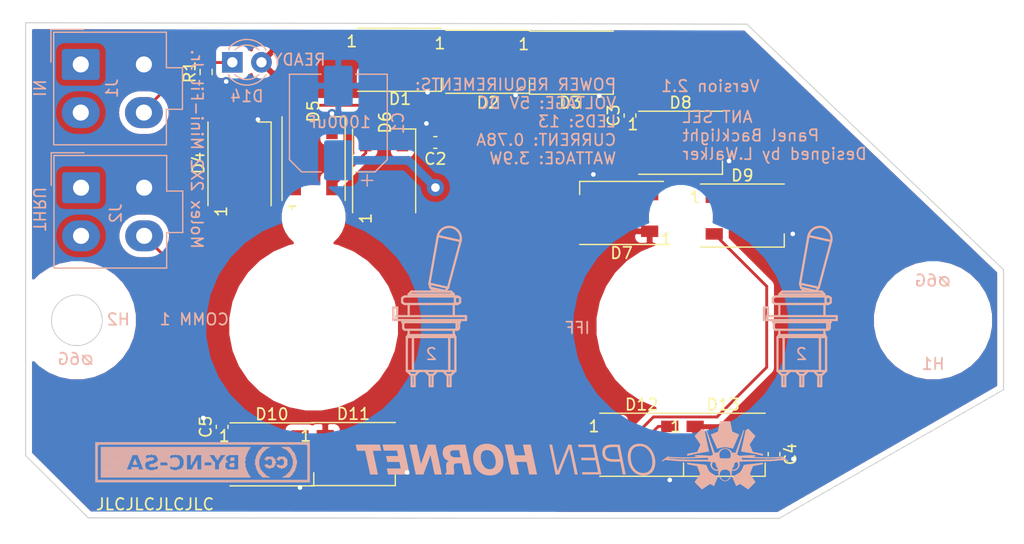
<source format=kicad_pcb>
(kicad_pcb (version 20171130) (host pcbnew "(5.1.10)-1")
  (layers (0 F.Cu signal) (31 B.Cu signal) (34 B.Paste user hide) (35 F.Paste user hide) (36 B.SilkS user) (37 F.SilkS user) (38 B.Mask user hide) (39 F.Mask user hide) (44 Edge.Cuts user))
  (net 0 "")
  (net 1 "Net-(D1-Pad2)")
  (net 2 "Net-(D2-Pad2)")
  (net 3 "Net-(D3-Pad2)")
  (net 4 "Net-(D4-Pad2)")
  (net 5 "Net-(D5-Pad2)")
  (net 6 "Net-(D6-Pad2)")
  (net 7 "Net-(D7-Pad2)")
  (net 8 "Net-(D8-Pad2)")
  (net 9 "Net-(D10-Pad4)")
  (net 10 "Net-(D10-Pad2)")
  (net 11 "Net-(D11-Pad2)")
  (net 12 "Net-(D12-Pad2)")
  (net 13 /LEDGND)
  (net 14 /LED+5V)
  (net 15 "Net-(D14-Pad1)")
  (net 16 /DATAIN)
  (net 17 /DATAOUT)
  (module OH_Backlighting:Molex_Mini-Fit_Jr_5566-04A_2x02_P4.20mm_Vertical (layer B.Cu) (at 82.43062 52.68976 270)
    (fp_text reference J2 (at 2.23524 -3.01938 90) (layer B.SilkS) (effects (justify mirror)))
    (fp_text value Conn_01x04_Female)
    (pad 4 thru_hole oval (at 4.2 -5.5 270) (size 2.7 3.3) (drill 1.4) (layers *.Cu *.Mask) (net 17 /DATAOUT))
    (pad 3 thru_hole oval (at 0 -5.5 270) (size 2.7 3.3) (drill 1.4) (layers *.Cu *.Mask) (net 13 /LEDGND))
    (pad 2 thru_hole oval (at 4.2 0 270) (size 2.7 3.3) (drill 1.4) (layers *.Cu *.Mask) (net 14 /LED+5V))
    (pad 1 thru_hole roundrect (at 0 0 270) (size 2.7 3.3) (drill 1.4) (layers *.Cu *.Mask) (roundrect_rratio 0.09259299999999999) (net 14 /LED+5V))
  )
  (module OH_Backlighting:Molex_Mini-Fit_Jr_5566-04A_2x02_P4.20mm_Vertical (layer B.Cu) (at 82.40522 41.93794 270)
    (fp_text reference J1 (at 2.08706 -2.71978 90) (layer B.SilkS) (effects (justify mirror)))
    (fp_text value Conn_01x04_Female)
    (pad 4 thru_hole oval (at 4.2 -5.5 270) (size 2.7 3.3) (drill 1.4) (layers *.Cu *.Mask) (net 16 /DATAIN))
    (pad 3 thru_hole oval (at 0 -5.5 270) (size 2.7 3.3) (drill 1.4) (layers *.Cu *.Mask) (net 13 /LEDGND))
    (pad 2 thru_hole oval (at 4.2 0 270) (size 2.7 3.3) (drill 1.4) (layers *.Cu *.Mask) (net 14 /LED+5V))
    (pad 1 thru_hole roundrect (at 0 0 270) (size 2.7 3.3) (drill 1.4) (layers *.Cu *.Mask) (roundrect_rratio 0.09259299999999999) (net 14 /LED+5V))
  )
  (module OH_General:CC-NC-SA_18mm_x_3.5mm (layer B.Cu) (at 102.362 74.88682 180)
    (fp_text reference CC-NC-SA_18mm_x_3.5mm hide)
    (fp_text value "" (at 0 0) (layer B.SilkS) (effects (font (size 1.27 1.27)) (justify mirror)))
  )
  (module OH_Backlighting:OH_Panel_6-32_PHS (layer F.Cu) (at 82.06057 64.255673)
    (fp_text reference 1 hide)
    (fp_text value OH_Panel_Fastner_Keepout hide)
    (fp_text user H2 (at 3.61363 -0.074953) (layer B.SilkS) (effects (justify mirror)))
    (fp_text user ⌀6G (at -0.07699 3.371827) (layer B.SilkS) (effects (justify mirror)))
    (pad "" np_thru_hole circle (at 0 0) (size 4.3 4.3) (drill 4.3) (layers *.Cu *.Mask) (clearance 3))
  )
  (module OH_Backlighting:OH_Panel_6-32_PHS (layer F.Cu) (at 156.67307 64.255673)
    (fp_text reference 2 hide)
    (fp_text value OH_Panel_Fastner_Keepout hide)
    (fp_text user H1 (at 0 3.81) (layer B.SilkS) (effects (justify mirror)))
    (fp_text user ⌀6G (at 0.00429 -3.473473) (layer B.SilkS) (effects (justify mirror)))
    (pad "" np_thru_hole circle (at 0 0) (size 4.3 4.3) (drill 4.3) (layers *.Cu *.Mask) (clearance 3))
  )
  (module OH_Backlighting:100SPX_Toggle_13mm_x_18mm (layer F.Cu) (at 102.69807 64.763673 180)
    (fp_text reference 4 hide)
    (fp_text value 100SPX_Toggle_13mm_x_18mm hide)
    (pad "" np_thru_hole circle (at 0 0 180) (size 12.7 12.7) (drill 12.7) (layers *.Mask B.Cu) (clearance 3))
    (pad "" np_thru_hole circle (at 0 0 180) (size 12.7 12.7) (drill 12.7) (layers *.Mask F.Cu) (clearance 1))
    (pad "" np_thru_hole circle (at 0 9.525 180) (size 3.572 3.572) (drill 3.572) (layers *.Cu *.Mask) (clearance 1))
  )
  (module OH_Backlighting:100SPX_Toggle_13mm_x_18mm (layer F.Cu) (at 134.70207 64.763673 180)
    (fp_text reference 3 hide)
    (fp_text value 100SPX_Toggle_13mm_x_18mm hide)
    (pad "" np_thru_hole circle (at 0 9.525 180) (size 3.572 3.572) (drill 3.572) (layers *.Cu *.Mask) (clearance 1))
    (pad "" np_thru_hole circle (at 0 0 180) (size 12.7 12.7) (drill 12.7) (layers *.Mask F.Cu) (clearance 1))
    (pad "" np_thru_hole circle (at 0 0 180) (size 12.7 12.7) (drill 12.7) (layers *.Mask B.Cu) (clearance 3))
  )
  (module Resistor_SMD:R_0603_1608Metric (layer F.Cu) (at 93.32722 42.5953 90)
    (fp_text reference R1 (at 0 -1.43 90) (layer F.SilkS))
    (fp_text value R)
    (pad 2 smd roundrect (at 0.825 0 90) (size 0.8 0.95) (layers F.Cu F.Paste F.Mask) (net 15 "Net-(D14-Pad1)"))
    (pad 1 smd roundrect (at -0.825 0 90) (size 0.8 0.95) (layers F.Cu F.Paste F.Mask) (net 13 /LEDGND))
  )
  (module Capacitor_SMD:C_0603_1608Metric (layer F.Cu) (at 94.72422 73.54794 90)
    (fp_text reference C5 (at 0 -1.43 90) (layer F.SilkS))
    (fp_text value C)
    (pad 2 smd roundrect (at 0.775 0 90) (size 0.9 0.95) (layers F.Cu F.Paste F.Mask) (net 13 /LEDGND))
    (pad 1 smd roundrect (at -0.775 0 90) (size 0.9 0.95) (layers F.Cu F.Paste F.Mask) (net 14 /LED+5V))
  )
  (module Capacitor_SMD:C_0603_1608Metric (layer F.Cu) (at 142.81658 75.92792 270)
    (fp_text reference C4 (at 0 -1.43 90) (layer F.SilkS))
    (fp_text value C)
    (pad 2 smd roundrect (at 0.775 0 270) (size 0.9 0.95) (layers F.Cu F.Paste F.Mask) (net 13 /LEDGND))
    (pad 1 smd roundrect (at -0.775 0 270) (size 0.9 0.95) (layers F.Cu F.Paste F.Mask) (net 14 /LED+5V))
  )
  (module Capacitor_SMD:C_0603_1608Metric (layer F.Cu) (at 130.2639 46.39788 90)
    (fp_text reference C3 (at 0 -1.43 90) (layer F.SilkS))
    (fp_text value C)
    (pad 2 smd roundrect (at 0.775 0 90) (size 0.9 0.95) (layers F.Cu F.Paste F.Mask) (net 13 /LEDGND))
    (pad 1 smd roundrect (at -0.775 0 90) (size 0.9 0.95) (layers F.Cu F.Paste F.Mask) (net 14 /LED+5V))
  )
  (module Capacitor_SMD:C_0603_1608Metric (layer F.Cu) (at 113.29924 48.74514 180)
    (fp_text reference C2 (at 0 -1.43) (layer F.SilkS))
    (fp_text value C)
    (pad 2 smd roundrect (at 0.775 0 180) (size 0.9 0.95) (layers F.Cu F.Paste F.Mask) (net 13 /LEDGND))
    (pad 1 smd roundrect (at -0.775 0 180) (size 0.9 0.95) (layers F.Cu F.Paste F.Mask) (net 14 /LED+5V))
  )
  (module "OH KiCAD_Libraries:OH_LOGO_37.7mm_5.9mm" (layer B.Cu) (at 125.21438 76.02728 180)
    (fp_text reference G3 hide)
    (fp_text value LOGO hide)
  )
  (module "Kicad Footprint Files:100SpxToggle" (layer F.Cu) (at 145.75 64.4)
    (fp_text reference G2 hide)
    (fp_text value LOGO hide)
  )
  (module "Kicad Footprint Files:100SpxToggle" (layer F.Cu) (at 113.45 64.4)
    (fp_text reference G1 hide)
    (fp_text value LOGO hide)
  )
  (module LED_THT:LED_D3.0mm (layer B.Cu) (at 95.61 41.75)
    (fp_text reference D14 (at 1.27 2.96) (layer B.SilkS) (effects (justify mirror)))
    (fp_text value LED)
    (pad 2 thru_hole circle (at 2.54 0) (size 1.8 1.8) (drill 0.9) (layers *.Cu *.Mask) (net 14 /LED+5V))
    (pad 1 thru_hole rect (at 0 0) (size 1.8 1.8) (drill 0.9) (layers *.Cu *.Mask) (net 15 "Net-(D14-Pad1)"))
  )
  (module LED_SMD:LED_WS2812B_PLCC4_5.0x5.0mm_P3.2mm (layer F.Cu) (at 138.3912 75.1076)
    (fp_text reference D13 (at 0 -3.5) (layer F.SilkS))
    (fp_text value WS2812B)
    (fp_text user 1 (at -4.15 -1.6) (layer F.SilkS))
    (pad 1 smd rect (at -2.45 -1.6) (size 1.5 1) (layers F.Cu F.Paste F.Mask) (net 14 /LED+5V))
    (pad 2 smd rect (at -2.45 1.6) (size 1.5 1) (layers F.Cu F.Paste F.Mask) (net 17 /DATAOUT))
    (pad 4 smd rect (at 2.45 -1.6) (size 1.5 1) (layers F.Cu F.Paste F.Mask) (net 12 "Net-(D12-Pad2)"))
    (pad 3 smd rect (at 2.45 1.6) (size 1.5 1) (layers F.Cu F.Paste F.Mask) (net 13 /LEDGND))
  )
  (module LED_SMD:LED_WS2812B_PLCC4_5.0x5.0mm_P3.2mm (layer F.Cu) (at 131.2792 75.1076)
    (fp_text reference D12 (at 0 -3.5) (layer F.SilkS))
    (fp_text value WS2812B)
    (fp_text user 1 (at -4.15 -1.6) (layer F.SilkS))
    (pad 1 smd rect (at -2.45 -1.6) (size 1.5 1) (layers F.Cu F.Paste F.Mask) (net 14 /LED+5V))
    (pad 2 smd rect (at -2.45 1.6) (size 1.5 1) (layers F.Cu F.Paste F.Mask) (net 12 "Net-(D12-Pad2)"))
    (pad 4 smd rect (at 2.45 -1.6) (size 1.5 1) (layers F.Cu F.Paste F.Mask) (net 11 "Net-(D11-Pad2)"))
    (pad 3 smd rect (at 2.45 1.6) (size 1.5 1) (layers F.Cu F.Paste F.Mask) (net 13 /LEDGND))
  )
  (module LED_SMD:LED_WS2812B_PLCC4_5.0x5.0mm_P3.2mm (layer F.Cu) (at 106.1602 75.9204)
    (fp_text reference D11 (at 0 -3.5) (layer F.SilkS))
    (fp_text value WS2812B)
    (fp_text user 1 (at -4.15 -1.6) (layer F.SilkS))
    (pad 1 smd rect (at -2.45 -1.6) (size 1.5 1) (layers F.Cu F.Paste F.Mask) (net 14 /LED+5V))
    (pad 2 smd rect (at -2.45 1.6) (size 1.5 1) (layers F.Cu F.Paste F.Mask) (net 11 "Net-(D11-Pad2)"))
    (pad 4 smd rect (at 2.45 -1.6) (size 1.5 1) (layers F.Cu F.Paste F.Mask) (net 10 "Net-(D10-Pad2)"))
    (pad 3 smd rect (at 2.45 1.6) (size 1.5 1) (layers F.Cu F.Paste F.Mask) (net 13 /LEDGND))
  )
  (module LED_SMD:LED_WS2812B_PLCC4_5.0x5.0mm_P3.2mm (layer F.Cu) (at 99.0602 75.946)
    (fp_text reference D10 (at 0 -3.5) (layer F.SilkS))
    (fp_text value WS2812B)
    (fp_text user 1 (at -4.15 -1.6) (layer F.SilkS))
    (pad 1 smd rect (at -2.45 -1.6) (size 1.5 1) (layers F.Cu F.Paste F.Mask) (net 14 /LED+5V))
    (pad 2 smd rect (at -2.45 1.6) (size 1.5 1) (layers F.Cu F.Paste F.Mask) (net 10 "Net-(D10-Pad2)"))
    (pad 4 smd rect (at 2.45 -1.6) (size 1.5 1) (layers F.Cu F.Paste F.Mask) (net 9 "Net-(D10-Pad4)"))
    (pad 3 smd rect (at 2.45 1.6) (size 1.5 1) (layers F.Cu F.Paste F.Mask) (net 13 /LEDGND))
  )
  (module LED_SMD:LED_WS2812B_PLCC4_5.0x5.0mm_P3.2mm (layer F.Cu) (at 140.0552 55.118)
    (fp_text reference D9 (at 0 -3.5) (layer F.SilkS))
    (fp_text value WS2812B)
    (fp_text user 1 (at -4.15 -1.6) (layer F.SilkS))
    (pad 1 smd rect (at -2.45 -1.6) (size 1.5 1) (layers F.Cu F.Paste F.Mask) (net 14 /LED+5V))
    (pad 2 smd rect (at -2.45 1.6) (size 1.5 1) (layers F.Cu F.Paste F.Mask) (net 9 "Net-(D10-Pad4)"))
    (pad 4 smd rect (at 2.45 -1.6) (size 1.5 1) (layers F.Cu F.Paste F.Mask) (net 8 "Net-(D8-Pad2)"))
    (pad 3 smd rect (at 2.45 1.6) (size 1.5 1) (layers F.Cu F.Paste F.Mask) (net 13 /LEDGND))
  )
  (module LED_SMD:LED_WS2812B_PLCC4_5.0x5.0mm_P3.2mm (layer F.Cu) (at 134.6712 48.768)
    (fp_text reference D8 (at 0 -3.5) (layer F.SilkS))
    (fp_text value WS2812B)
    (fp_text user 1 (at -4.15 -1.6) (layer F.SilkS))
    (pad 1 smd rect (at -2.45 -1.6) (size 1.5 1) (layers F.Cu F.Paste F.Mask) (net 14 /LED+5V))
    (pad 2 smd rect (at -2.45 1.6) (size 1.5 1) (layers F.Cu F.Paste F.Mask) (net 8 "Net-(D8-Pad2)"))
    (pad 4 smd rect (at 2.45 -1.6) (size 1.5 1) (layers F.Cu F.Paste F.Mask) (net 7 "Net-(D7-Pad2)"))
    (pad 3 smd rect (at 2.45 1.6) (size 1.5 1) (layers F.Cu F.Paste F.Mask) (net 13 /LEDGND))
  )
  (module LED_SMD:LED_WS2812B_PLCC4_5.0x5.0mm_P3.2mm (layer F.Cu) (at 129.5282 54.8892 180)
    (fp_text reference D7 (at 0 -3.5) (layer F.SilkS))
    (fp_text value WS2812B)
    (fp_text user 1 (at -3.8968 -2.2858) (layer F.SilkS))
    (pad 1 smd rect (at -2.45 -1.6 180) (size 1.5 1) (layers F.Cu F.Paste F.Mask) (net 14 /LED+5V))
    (pad 2 smd rect (at -2.45 1.6 180) (size 1.5 1) (layers F.Cu F.Paste F.Mask) (net 7 "Net-(D7-Pad2)"))
    (pad 4 smd rect (at 2.45 -1.6 180) (size 1.5 1) (layers F.Cu F.Paste F.Mask) (net 6 "Net-(D6-Pad2)"))
    (pad 3 smd rect (at 2.45 1.6 180) (size 1.5 1) (layers F.Cu F.Paste F.Mask) (net 13 /LEDGND))
  )
  (module LED_SMD:LED_WS2812B_PLCC4_5.0x5.0mm_P3.2mm (layer F.Cu) (at 108.8392 51.218 90)
    (fp_text reference D6 (at 4.228 0.0764 90) (layer F.SilkS))
    (fp_text value WS2812B)
    (fp_text user 1 (at -4.15 -1.6 90) (layer F.SilkS))
    (pad 1 smd rect (at -2.45 -1.6 90) (size 1.5 1) (layers F.Cu F.Paste F.Mask) (net 14 /LED+5V))
    (pad 2 smd rect (at -2.45 1.6 90) (size 1.5 1) (layers F.Cu F.Paste F.Mask) (net 6 "Net-(D6-Pad2)"))
    (pad 4 smd rect (at 2.45 -1.6 90) (size 1.5 1) (layers F.Cu F.Paste F.Mask) (net 5 "Net-(D5-Pad2)"))
    (pad 3 smd rect (at 2.45 1.6 90) (size 1.5 1) (layers F.Cu F.Paste F.Mask) (net 13 /LEDGND))
  )
  (module LED_SMD:LED_WS2812B_PLCC4_5.0x5.0mm_P3.2mm (layer F.Cu) (at 102.6922 50.1512 90)
    (fp_text reference D5 (at 4.1264 -0.0252 90) (layer F.SilkS))
    (fp_text value WS2812B)
    (fp_text user 1 (at -4.15 -1.6 90) (layer F.SilkS))
    (pad 1 smd rect (at -2.45 -1.6 90) (size 1.5 1) (layers F.Cu F.Paste F.Mask) (net 14 /LED+5V))
    (pad 2 smd rect (at -2.45 1.6 90) (size 1.5 1) (layers F.Cu F.Paste F.Mask) (net 5 "Net-(D5-Pad2)"))
    (pad 4 smd rect (at 2.45 -1.6 90) (size 1.5 1) (layers F.Cu F.Paste F.Mask) (net 4 "Net-(D4-Pad2)"))
    (pad 3 smd rect (at 2.45 1.6 90) (size 1.5 1) (layers F.Cu F.Paste F.Mask) (net 13 /LEDGND))
  )
  (module LED_SMD:LED_WS2812B_PLCC4_5.0x5.0mm_P3.2mm (layer F.Cu) (at 96.2408 50.6084 90)
    (fp_text reference D4 (at 0.0624 -3.5816 90) (layer F.SilkS))
    (fp_text value WS2812B)
    (fp_text user 1 (at -4.15 -1.6 90) (layer F.SilkS))
    (pad 1 smd rect (at -2.45 -1.6 90) (size 1.5 1) (layers F.Cu F.Paste F.Mask) (net 14 /LED+5V))
    (pad 2 smd rect (at -2.45 1.6 90) (size 1.5 1) (layers F.Cu F.Paste F.Mask) (net 4 "Net-(D4-Pad2)"))
    (pad 4 smd rect (at 2.45 -1.6 90) (size 1.5 1) (layers F.Cu F.Paste F.Mask) (net 3 "Net-(D3-Pad2)"))
    (pad 3 smd rect (at 2.45 1.6 90) (size 1.5 1) (layers F.Cu F.Paste F.Mask) (net 13 /LEDGND))
  )
  (module LED_SMD:LED_WS2812B_PLCC4_5.0x5.0mm_P3.2mm (layer F.Cu) (at 125.1592 41.7828)
    (fp_text reference D3 (at -0.0842 3.4922) (layer F.SilkS))
    (fp_text value WS2812B)
    (fp_text user 1 (at -4.15 -1.6) (layer F.SilkS))
    (pad 1 smd rect (at -2.45 -1.6) (size 1.5 1) (layers F.Cu F.Paste F.Mask) (net 14 /LED+5V))
    (pad 2 smd rect (at -2.45 1.6) (size 1.5 1) (layers F.Cu F.Paste F.Mask) (net 3 "Net-(D3-Pad2)"))
    (pad 4 smd rect (at 2.45 -1.6) (size 1.5 1) (layers F.Cu F.Paste F.Mask) (net 2 "Net-(D2-Pad2)"))
    (pad 3 smd rect (at 2.45 1.6) (size 1.5 1) (layers F.Cu F.Paste F.Mask) (net 13 /LEDGND))
  )
  (module LED_SMD:LED_WS2812B_PLCC4_5.0x5.0mm_P3.2mm (layer F.Cu) (at 117.8562 41.7068)
    (fp_text reference D2 (at 0.0188 3.5682) (layer F.SilkS))
    (fp_text value WS2812B)
    (fp_text user 1 (at -4.15 -1.6) (layer F.SilkS))
    (pad 1 smd rect (at -2.45 -1.6) (size 1.5 1) (layers F.Cu F.Paste F.Mask) (net 14 /LED+5V))
    (pad 2 smd rect (at -2.45 1.6) (size 1.5 1) (layers F.Cu F.Paste F.Mask) (net 2 "Net-(D2-Pad2)"))
    (pad 4 smd rect (at 2.45 -1.6) (size 1.5 1) (layers F.Cu F.Paste F.Mask) (net 1 "Net-(D1-Pad2)"))
    (pad 3 smd rect (at 2.45 1.6) (size 1.5 1) (layers F.Cu F.Paste F.Mask) (net 13 /LEDGND))
  )
  (module LED_SMD:LED_WS2812B_PLCC4_5.0x5.0mm_P3.2mm (layer F.Cu) (at 110.1732 41.5292)
    (fp_text reference D1 (at 0.0518 3.4208) (layer F.SilkS))
    (fp_text value WS2812B)
    (fp_text user 1 (at -4.15 -1.6) (layer F.SilkS))
    (pad 1 smd rect (at -2.45 -1.6) (size 1.5 1) (layers F.Cu F.Paste F.Mask) (net 14 /LED+5V))
    (pad 2 smd rect (at -2.45 1.6) (size 1.5 1) (layers F.Cu F.Paste F.Mask) (net 1 "Net-(D1-Pad2)"))
    (pad 4 smd rect (at 2.45 -1.6) (size 1.5 1) (layers F.Cu F.Paste F.Mask) (net 16 /DATAIN))
    (pad 3 smd rect (at 2.45 1.6) (size 1.5 1) (layers F.Cu F.Paste F.Mask) (net 13 /LEDGND))
  )
  (module Capacitor_SMD:CP_Elec_8x10 (layer B.Cu) (at 104.85 47.05 90)
    (fp_text reference C1 (at 0 5.2 90) (layer B.SilkS) (effects (justify mirror)))
    (fp_text value C_Polarized)
    (pad 2 smd roundrect (at 3.25 0 90) (size 3.5 2.5) (layers B.Cu B.Paste B.Mask) (roundrect_rratio 0.1) (net 13 /LEDGND))
    (pad 1 smd roundrect (at -3.25 0 90) (size 3.5 2.5) (layers B.Cu B.Paste B.Mask) (roundrect_rratio 0.1) (net 14 /LED+5V))
  )
  (gr_text JLCJLCJLCJLC (at 88.875 80.3) (layer F.SilkS) (effects (font (size 1 1))))
  (gr_text "POWER REQUIREMENTS:\nVOLTAGE: 5V DC\nLEDS: 13\nCURRENT: 0.78A\nWATTAGE: 3.9W" (at 129.159 46.9138) (layer B.SilkS) (effects (font (size 1 1)) (justify left mirror)))
  (gr_text 1000uF (at 104.9 46.975) (layer B.SilkS) (effects (font (size 1 1)) (justify mirror)))
  (gr_text READY (at 101.425 41.525) (layer B.SilkS) (effects (font (size 1 1)) (justify mirror)))
  (gr_text 2 (at 112.95 67.2) (layer B.SilkS) (effects (font (size 1 1)) (justify mirror)))
  (gr_text 2 (at 145.2 67.2) (layer B.SilkS) (effects (font (size 1 1)) (justify mirror)))
  (gr_line (start 77.6 38.3) (end 140.45 38.425) (layer Edge.Cuts) (width 0.1))
  (gr_text "Version 2.1" (at 137.25398 43.8277) (layer B.SilkS) (effects (font (size 1 1)) (justify mirror)))
  (gr_text IFF (at 125.6792 64.9224) (layer B.SilkS) (effects (font (size 1 1)) (justify mirror)))
  (gr_text "COMM 1" (at 92.2909 64.1731) (layer B.SilkS) (effects (font (size 1 1)) (justify mirror)))
  (gr_text "ANT SEL\nPanel Backlight\nDesigned by L.Walker" (at 134.747 48.133) (layer B.SilkS) (effects (font (size 1 1)) (justify right mirror)))
  (gr_text THRU (at 78.77556 54.54396 270) (layer B.SilkS) (effects (font (size 1 1)) (justify mirror)))
  (gr_text IN (at 78.77556 44.00296 270) (layer B.SilkS) (effects (font (size 1 1)) (justify mirror)))
  (gr_text "Molex 2X2 Mini-Fit Jr." (at 92.5195 49.3268 270) (layer B.SilkS) (effects (font (size 1 1)) (justify mirror)))
  (gr_line (start 77.6 76.05) (end 77.6 38.3) (layer Edge.Cuts) (width 0.1))
  (gr_line (start 83.058 81.4832) (end 77.6 76.05) (layer Edge.Cuts) (width 0.1))
  (gr_line (start 143.256 81.534) (end 83.058 81.4832) (layer Edge.Cuts) (width 0.1))
  (gr_line (start 162.814 70.3072) (end 143.256 81.534) (layer Edge.Cuts) (width 0.1))
  (gr_line (start 162.814 59.8424) (end 162.814 70.3072) (layer Edge.Cuts) (width 0.1))
  (gr_line (start 140.45 38.425) (end 162.814 59.8424) (layer Edge.Cuts) (width 0.1))
  (gr_circle (center 82.06057 64.255673) (end 84.21322 64.255673) (layer Edge.Cuts) (width 0.2))
  (segment (start 108.548201 42.304199) (end 107.7232 43.1292) (width 0.25) (layer F.Cu) (net 1))
  (segment (start 115.767621 42.304199) (end 108.548201 42.304199) (width 0.25) (layer F.Cu) (net 1))
  (segment (start 117.96502 40.1068) (end 115.767621 42.304199) (width 0.25) (layer F.Cu) (net 1))
  (segment (start 120.3062 40.1068) (end 117.96502 40.1068) (width 0.25) (layer F.Cu) (net 1))
  (segment (start 126.784199 39.357799) (end 127.6092 40.1828) (width 0.25) (layer F.Cu) (net 2))
  (segment (start 121.699199 39.357799) (end 126.784199 39.357799) (width 0.25) (layer F.Cu) (net 2))
  (segment (start 121.634199 39.422799) (end 121.699199 39.357799) (width 0.25) (layer F.Cu) (net 2))
  (segment (start 121.634199 40.613803) (end 121.634199 39.422799) (width 0.25) (layer F.Cu) (net 2))
  (segment (start 119.766203 42.481799) (end 121.634199 40.613803) (width 0.25) (layer F.Cu) (net 2))
  (segment (start 116.231201 42.481799) (end 119.766203 42.481799) (width 0.25) (layer F.Cu) (net 2))
  (segment (start 115.4062 43.3068) (end 116.231201 42.481799) (width 0.25) (layer F.Cu) (net 2))
  (segment (start 120.594081 45.497919) (end 122.7092 43.3828) (width 0.25) (layer F.Cu) (net 3))
  (segment (start 97.301281 45.497919) (end 120.594081 45.497919) (width 0.25) (layer F.Cu) (net 3))
  (segment (start 94.6408 48.1584) (end 97.301281 45.497919) (width 0.25) (layer F.Cu) (net 3))
  (segment (start 101.0922 49.807) (end 97.8408 53.0584) (width 0.25) (layer F.Cu) (net 4))
  (segment (start 101.0922 47.7012) (end 101.0922 49.807) (width 0.25) (layer F.Cu) (net 4))
  (segment (start 107.2392 49.6542) (end 104.2922 52.6012) (width 0.25) (layer F.Cu) (net 5))
  (segment (start 107.2392 48.768) (end 107.2392 49.6542) (width 0.25) (layer F.Cu) (net 5))
  (segment (start 113.2604 56.4892) (end 127.0782 56.4892) (width 0.25) (layer F.Cu) (net 6))
  (segment (start 110.4392 53.668) (end 113.2604 56.4892) (width 0.25) (layer F.Cu) (net 6))
  (segment (start 131.146199 52.457199) (end 131.9782 53.2892) (width 0.25) (layer F.Cu) (net 7))
  (segment (start 131.146199 49.607999) (end 131.146199 52.457199) (width 0.25) (layer F.Cu) (net 7))
  (segment (start 131.211199 49.542999) (end 131.146199 49.607999) (width 0.25) (layer F.Cu) (net 7))
  (segment (start 135.496201 49.542999) (end 131.211199 49.542999) (width 0.25) (layer F.Cu) (net 7))
  (segment (start 137.1212 47.918) (end 135.496201 49.542999) (width 0.25) (layer F.Cu) (net 7))
  (segment (start 137.1212 47.168) (end 137.1212 47.918) (width 0.25) (layer F.Cu) (net 7))
  (segment (start 141.680199 52.692999) (end 142.5052 53.518) (width 0.25) (layer F.Cu) (net 8))
  (segment (start 137.611197 52.692999) (end 141.680199 52.692999) (width 0.25) (layer F.Cu) (net 8))
  (segment (start 135.286198 50.368) (end 137.611197 52.692999) (width 0.25) (layer F.Cu) (net 8))
  (segment (start 132.2212 50.368) (end 135.286198 50.368) (width 0.25) (layer F.Cu) (net 8))
  (segment (start 109.620201 73.495399) (end 110.940502 74.8157) (width 0.25) (layer F.Cu) (net 9))
  (segment (start 107.600199 73.495399) (end 109.620201 73.495399) (width 0.25) (layer F.Cu) (net 9))
  (segment (start 101.5102 74.346) (end 102.309601 75.145401) (width 0.25) (layer F.Cu) (net 9))
  (segment (start 105.950197 75.145401) (end 107.600199 73.495399) (width 0.25) (layer F.Cu) (net 9))
  (segment (start 102.309601 75.145401) (end 105.950197 75.145401) (width 0.25) (layer F.Cu) (net 9))
  (segment (start 110.940502 74.8157) (end 130.175 74.8157) (width 0.25) (layer F.Cu) (net 9))
  (segment (start 142.177071 61.289871) (end 137.6052 56.718) (width 0.25) (layer F.Cu) (net 9))
  (segment (start 137.846146 72.682599) (end 142.177071 68.351674) (width 0.25) (layer F.Cu) (net 9))
  (segment (start 142.177071 68.351674) (end 142.177071 61.289871) (width 0.25) (layer F.Cu) (net 9))
  (segment (start 132.308101 72.682599) (end 137.846146 72.682599) (width 0.25) (layer F.Cu) (net 9))
  (segment (start 130.175 74.8157) (end 132.308101 72.682599) (width 0.25) (layer F.Cu) (net 9))
  (segment (start 96.6102 77.546) (end 97.47614 76.68006) (width 0.25) (layer F.Cu) (net 10))
  (segment (start 106.25054 76.68006) (end 108.6102 74.3204) (width 0.25) (layer F.Cu) (net 10))
  (segment (start 97.47614 76.68006) (end 106.25054 76.68006) (width 0.25) (layer F.Cu) (net 10))
  (segment (start 104.535201 78.345401) (end 103.7102 77.5204) (width 0.25) (layer F.Cu) (net 11))
  (segment (start 111.214799 78.345401) (end 104.535201 78.345401) (width 0.25) (layer F.Cu) (net 11))
  (segment (start 114.127611 75.432589) (end 111.214799 78.345401) (width 0.25) (layer F.Cu) (net 11))
  (segment (start 130.804211 75.432589) (end 114.127611 75.432589) (width 0.25) (layer F.Cu) (net 11))
  (segment (start 132.7292 73.5076) (end 130.804211 75.432589) (width 0.25) (layer F.Cu) (net 11))
  (segment (start 133.7292 73.5076) (end 132.7292 73.5076) (width 0.25) (layer F.Cu) (net 11))
  (segment (start 131.027801 78.906201) (end 128.8292 76.7076) (width 0.25) (layer F.Cu) (net 12))
  (segment (start 140.8412 74.2576) (end 136.192599 78.906201) (width 0.25) (layer F.Cu) (net 12))
  (segment (start 136.192599 78.906201) (end 131.027801 78.906201) (width 0.25) (layer F.Cu) (net 12))
  (segment (start 140.8412 73.5076) (end 140.8412 74.2576) (width 0.25) (layer F.Cu) (net 12))
  (segment (start 112.50138 48.768) (end 112.52424 48.74514) (width 0.6) (layer F.Cu) (net 13))
  (segment (start 110.4392 48.768) (end 112.50138 48.768) (width 0.6) (layer F.Cu) (net 13))
  (segment (start 112.52424 48.74514) (end 112.52424 47.08682) (width 0.6) (layer F.Cu) (net 13))
  (segment (start 112.52424 47.08682) (end 112.52424 47.08682) (width 0.6) (layer F.Cu) (net 13))
  (via (at 112.52424 47.08682) (size 0.8) (drill 0.4) (layers F.Cu B.Cu) (net 13))
  (segment (start 112.6232 43.1292) (end 112.6236 44.3611) (width 0.6) (layer F.Cu) (net 13))
  (segment (start 112.6236 44.3611) (end 112.6232 44.3607) (width 0.6) (layer F.Cu) (net 13))
  (via (at 112.6236 44.3611) (size 0.8) (drill 0.4) (layers F.Cu B.Cu) (net 13))
  (segment (start 120.3062 43.3068) (end 120.29186 44.6024) (width 0.6) (layer F.Cu) (net 13))
  (segment (start 120.29186 44.6024) (end 120.3062 44.58806) (width 0.6) (layer F.Cu) (net 13))
  (via (at 120.29186 44.6024) (size 0.8) (drill 0.4) (layers F.Cu B.Cu) (net 13))
  (segment (start 127.6092 43.3828) (end 127.58928 44.66336) (width 0.6) (layer F.Cu) (net 13))
  (segment (start 127.58928 44.66336) (end 127.6092 44.64344) (width 0.6) (layer F.Cu) (net 13))
  (via (at 127.58928 44.66336) (size 0.8) (drill 0.4) (layers F.Cu B.Cu) (net 13))
  (segment (start 128.5488 45.62288) (end 127.58928 44.66336) (width 0.6) (layer F.Cu) (net 13))
  (segment (start 130.2639 45.62288) (end 128.5488 45.62288) (width 0.6) (layer F.Cu) (net 13))
  (segment (start 137.1212 50.368) (end 138.89736 50.36058) (width 0.6) (layer F.Cu) (net 13))
  (segment (start 138.89736 50.36058) (end 138.88994 50.368) (width 0.6) (layer F.Cu) (net 13))
  (via (at 138.89736 50.36058) (size 0.8) (drill 0.4) (layers F.Cu B.Cu) (net 13))
  (segment (start 142.5052 56.718) (end 144.44726 56.71566) (width 0.6) (layer F.Cu) (net 13))
  (segment (start 144.44726 56.71566) (end 144.44492 56.718) (width 0.6) (layer F.Cu) (net 13))
  (via (at 144.44726 56.71566) (size 0.8) (drill 0.4) (layers F.Cu B.Cu) (net 13))
  (segment (start 142.8119 76.7076) (end 142.81658 76.70292) (width 0.6) (layer F.Cu) (net 13))
  (segment (start 140.8412 76.7076) (end 142.8119 76.7076) (width 0.6) (layer F.Cu) (net 13))
  (segment (start 133.7292 76.7076) (end 133.72846 78.1812) (width 0.6) (layer F.Cu) (net 13))
  (segment (start 133.72846 78.1812) (end 133.7292 78.18046) (width 0.6) (layer F.Cu) (net 13))
  (via (at 133.72846 78.1812) (size 0.8) (drill 0.4) (layers F.Cu B.Cu) (net 13))
  (segment (start 108.6102 77.5204) (end 110.83798 77.51826) (width 0.6) (layer F.Cu) (net 13))
  (segment (start 110.83798 77.51826) (end 110.83584 77.5204) (width 0.6) (layer F.Cu) (net 13))
  (via (at 110.83798 77.51826) (size 0.8) (drill 0.4) (layers F.Cu B.Cu) (net 13))
  (segment (start 101.5102 77.546) (end 101.5102 78.8425) (width 0.6) (layer F.Cu) (net 13))
  (segment (start 101.5102 78.8425) (end 101.5102 78.8425) (width 0.6) (layer F.Cu) (net 13))
  (via (at 101.5102 78.8425) (size 0.8) (drill 0.4) (layers F.Cu B.Cu) (net 13))
  (segment (start 94.72422 72.77294) (end 93.0783 72.771) (width 0.6) (layer F.Cu) (net 13))
  (segment (start 93.0783 72.771) (end 93.08024 72.77294) (width 0.6) (layer F.Cu) (net 13))
  (via (at 93.0783 72.771) (size 0.8) (drill 0.4) (layers F.Cu B.Cu) (net 13))
  (segment (start 97.8408 48.1584) (end 97.8408 46.74362) (width 0.6) (layer F.Cu) (net 13))
  (segment (start 97.8408 46.74362) (end 97.8408 46.74362) (width 0.6) (layer F.Cu) (net 13))
  (via (at 97.8408 46.74362) (size 0.8) (drill 0.4) (layers F.Cu B.Cu) (net 13))
  (segment (start 104.2922 47.7012) (end 104.29494 46.22292) (width 0.6) (layer F.Cu) (net 13))
  (segment (start 104.29494 46.22292) (end 104.2922 46.22566) (width 0.6) (layer F.Cu) (net 13))
  (via (at 104.29494 46.22292) (size 0.8) (drill 0.4) (layers F.Cu B.Cu) (net 13))
  (segment (start 127.0782 53.2892) (end 127.07366 51.53152) (width 0.6) (layer F.Cu) (net 13))
  (segment (start 127.07366 51.53152) (end 127.0782 51.53606) (width 0.6) (layer F.Cu) (net 13))
  (via (at 127.07366 51.53152) (size 0.8) (drill 0.4) (layers F.Cu B.Cu) (net 13))
  (segment (start 93.32722 43.4203) (end 95.07474 43.42638) (width 0.6) (layer F.Cu) (net 13))
  (segment (start 95.07474 43.42638) (end 95.06866 43.4203) (width 0.6) (layer F.Cu) (net 13))
  (via (at 95.07474 43.42638) (size 0.8) (drill 0.4) (layers F.Cu B.Cu) (net 13))
  (segment (start 142.81658 76.70292) (end 144.50568 76.34478) (width 0.6) (layer F.Cu) (net 13))
  (via (at 144.50568 76.34478) (size 0.8) (drill 0.4) (layers F.Cu B.Cu) (net 13))
  (segment (start 104.85 50.3) (end 104.85 50.91056) (width 0.75) (layer B.Cu) (net 14))
  (segment (start 104.85 50.3) (end 110.93234 50.3) (width 0.75) (layer B.Cu) (net 14))
  (segment (start 110.93234 50.3) (end 113.3094 52.67706) (width 0.75) (layer B.Cu) (net 14))
  (segment (start 113.3094 52.67706) (end 113.3094 52.67706) (width 0.75) (layer B.Cu) (net 14))
  (via (at 113.3094 52.67706) (size 1.5) (drill 0.75) (layers F.Cu B.Cu) (net 14))
  (segment (start 95.5897 41.7703) (end 95.61 41.75) (width 0.25) (layer F.Cu) (net 15))
  (segment (start 93.32722 41.7703) (end 95.5897 41.7703) (width 0.25) (layer F.Cu) (net 15))
  (segment (start 110.798199 39.104199) (end 94.775843 39.104199) (width 0.25) (layer F.Cu) (net 16))
  (segment (start 87.95094 45.929102) (end 87.95094 47.0625) (width 0.25) (layer F.Cu) (net 16))
  (segment (start 111.6232 39.9292) (end 110.798199 39.104199) (width 0.25) (layer F.Cu) (net 16))
  (segment (start 112.6232 39.9292) (end 111.6232 39.9292) (width 0.25) (layer F.Cu) (net 16))
  (segment (start 87.90522 45.974822) (end 87.90522 46.13794) (width 0.25) (layer F.Cu) (net 16))
  (segment (start 94.775843 39.104199) (end 87.90522 45.974822) (width 0.25) (layer F.Cu) (net 16))
  (segment (start 91.11742 60.07656) (end 87.93062 56.88976) (width 0.25) (layer F.Cu) (net 17))
  (segment (start 91.11742 80.0989) (end 91.11742 60.07656) (width 0.25) (layer F.Cu) (net 17))
  (segment (start 135.9412 77.084598) (end 134.739201 75.882599) (width 0.25) (layer F.Cu) (net 17))
  (segment (start 135.9412 76.7076) (end 135.9412 77.084598) (width 0.25) (layer F.Cu) (net 17))
  (segment (start 127.819199 75.882599) (end 123.602898 80.0989) (width 0.25) (layer F.Cu) (net 17))
  (segment (start 123.602898 80.0989) (end 91.11742 80.0989) (width 0.25) (layer F.Cu) (net 17))
  (segment (start 134.739201 75.882599) (end 127.819199 75.882599) (width 0.25) (layer F.Cu) (net 17))
  (zone (net 14) (net_name /LED+5V) (layer F.Cu) (connect_pads (clearance 0.508)) (min_thickness 0.254) (fill yes (arc_segments 32) (thermal_gap 0.508) (thermal_bridge_width 0.508))
    (polygon (pts (xy 164.211 38.29558) (xy 164.60724 83.77682) (xy 75.62088 82.52714) (xy 76.69784 38.0111)))
  )
  (zone (net 13) (net_name /LEDGND) (layer B.Cu) (connect_pads (clearance 0.508)) (min_thickness 0.254) (fill yes (arc_segments 32) (thermal_gap 0.508) (thermal_bridge_width 0.508))
    (polygon (pts (xy 163.8427 37.66566) (xy 164.3888 82.70494) (xy 75.74026 82.296) (xy 75.36688 36.71316)))
  )
)
</source>
